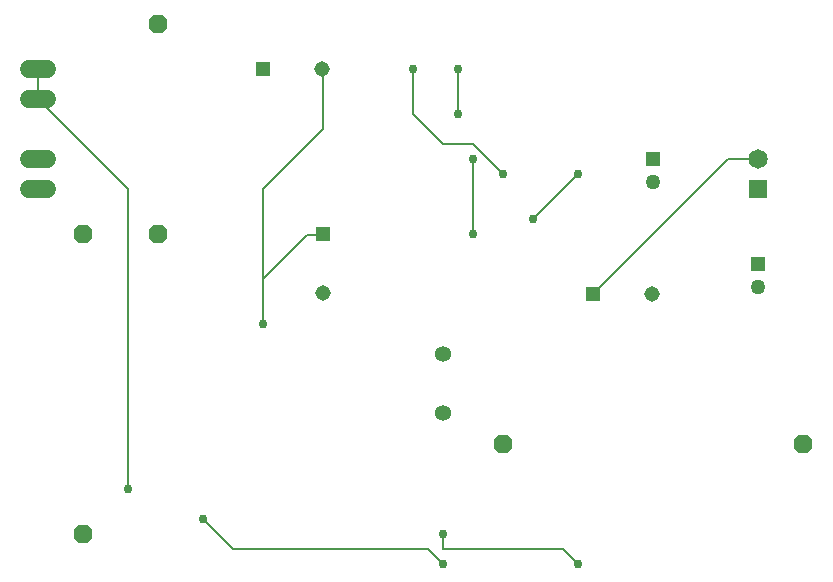
<source format=gbr>
G04 EAGLE Gerber RS-274X export*
G75*
%MOMM*%
%FSLAX34Y34*%
%LPD*%
%INBottom Copper*%
%IPPOS*%
%AMOC8*
5,1,8,0,0,1.08239X$1,22.5*%
G01*
%ADD10R,1.308000X1.308000*%
%ADD11C,1.308000*%
%ADD12R,1.258000X1.258000*%
%ADD13C,1.258000*%
%ADD14R,1.650000X1.650000*%
%ADD15C,1.650000*%
%ADD16C,1.358000*%
%ADD17P,1.732040X8X22.500000*%
%ADD18C,1.508000*%
%ADD19C,0.152400*%
%ADD20C,0.756400*%


D10*
X279400Y609600D03*
D11*
X329400Y609600D03*
D10*
X330200Y469900D03*
D11*
X330200Y419900D03*
D10*
X558800Y419100D03*
D11*
X608800Y419100D03*
D12*
X698500Y444500D03*
D13*
X698500Y424500D03*
D12*
X609600Y533400D03*
D13*
X609600Y513400D03*
D14*
X698500Y508000D03*
D15*
X698500Y533400D03*
D16*
X431800Y367900D03*
X431800Y317900D03*
D17*
X127000Y469900D03*
X736600Y292100D03*
X127000Y215900D03*
X482600Y292100D03*
X190500Y469900D03*
X190500Y647700D03*
D18*
X96440Y508000D02*
X81360Y508000D01*
X81360Y533400D02*
X96440Y533400D01*
X96440Y584200D02*
X81360Y584200D01*
X81360Y609600D02*
X96440Y609600D01*
D19*
X88900Y609600D02*
X88900Y584200D01*
X165100Y508000D01*
X165100Y254000D01*
D20*
X165100Y254000D03*
D19*
X279400Y431800D02*
X279400Y508000D01*
X279400Y431800D02*
X279400Y393700D01*
X279400Y508000D02*
X330200Y558800D01*
X316700Y469100D02*
X279400Y431800D01*
D20*
X279400Y393700D03*
D19*
X329400Y469100D02*
X330200Y469900D01*
X329400Y469100D02*
X316700Y469100D01*
X330200Y608800D02*
X329400Y609600D01*
X330200Y608800D02*
X330200Y558800D01*
D20*
X482600Y520700D03*
D19*
X457200Y546100D01*
X431800Y546100D01*
X406400Y571500D01*
X406400Y609600D01*
D20*
X406400Y609600D03*
X508000Y482600D03*
X546100Y520700D03*
D19*
X508000Y482600D01*
D20*
X444500Y609600D03*
X444500Y571500D03*
D19*
X444500Y609600D01*
D20*
X457200Y533400D03*
X457200Y469900D03*
D19*
X457200Y533400D01*
X673100Y533400D02*
X698500Y533400D01*
X673100Y533400D02*
X558800Y419100D01*
D20*
X228600Y228600D03*
X431800Y190500D03*
D19*
X419100Y203200D01*
X254000Y203200D01*
X228600Y228600D01*
D20*
X431800Y215900D03*
X546100Y190500D03*
D19*
X431800Y203200D02*
X431800Y215900D01*
X431800Y203200D02*
X533400Y203200D01*
X546100Y190500D01*
M02*

</source>
